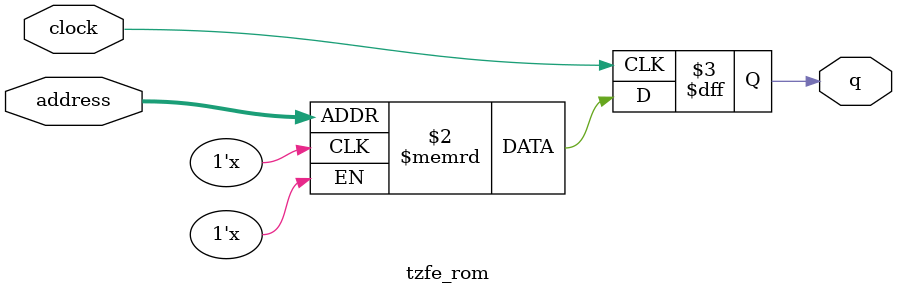
<source format=sv>
module tzfe_rom (
	input logic clock,
	input logic [17:0] address,
	output logic [0:0] q
);

logic [0:0] memory [0:230399] /* synthesis ram_init_file = "./tzfe/tzfe.mif" */;

always_ff @ (posedge clock) begin
	q <= memory[address];
end

endmodule

</source>
